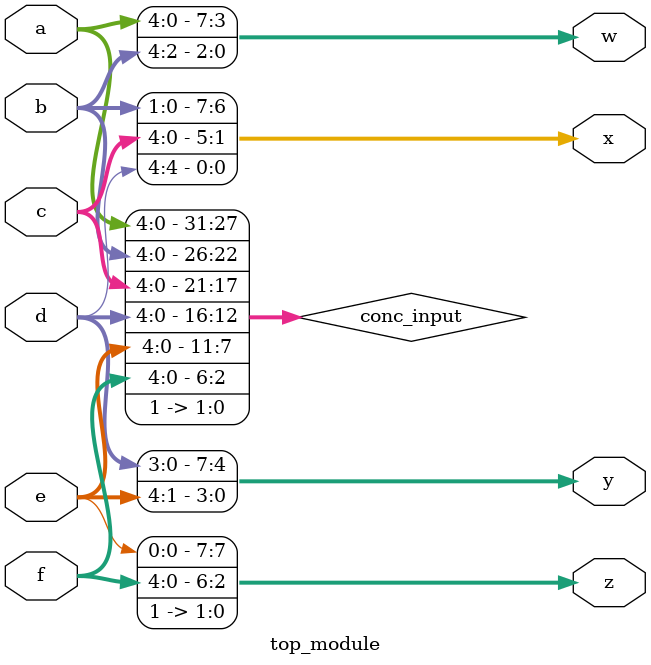
<source format=v>
module top_module (
    input [4:0] a, b, c, d, e, f,
    output [7:0] w, x, y, z );//

    wire [31:0] conc_input;
    assign conc_input = {a, b, c, d, e, f, 2'b11};
    
    assign w = conc_input[31:24];
    assign x = conc_input[23:16];
    assign y = conc_input[15:8];
    assign z = conc_input[7:0];

endmodule

</source>
